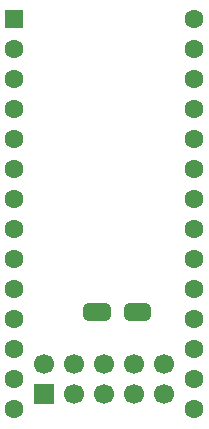
<source format=gbr>
%TF.GenerationSoftware,KiCad,Pcbnew,9.0.1*%
%TF.CreationDate,2025-06-21T09:46:43+01:00*%
%TF.ProjectId,SerialULA,53657269-616c-4554-9c41-2e6b69636164,02*%
%TF.SameCoordinates,Original*%
%TF.FileFunction,Soldermask,Bot*%
%TF.FilePolarity,Negative*%
%FSLAX46Y46*%
G04 Gerber Fmt 4.6, Leading zero omitted, Abs format (unit mm)*
G04 Created by KiCad (PCBNEW 9.0.1) date 2025-06-21 09:46:43*
%MOMM*%
%LPD*%
G01*
G04 APERTURE LIST*
G04 Aperture macros list*
%AMRoundRect*
0 Rectangle with rounded corners*
0 $1 Rounding radius*
0 $2 $3 $4 $5 $6 $7 $8 $9 X,Y pos of 4 corners*
0 Add a 4 corners polygon primitive as box body*
4,1,4,$2,$3,$4,$5,$6,$7,$8,$9,$2,$3,0*
0 Add four circle primitives for the rounded corners*
1,1,$1+$1,$2,$3*
1,1,$1+$1,$4,$5*
1,1,$1+$1,$6,$7*
1,1,$1+$1,$8,$9*
0 Add four rect primitives between the rounded corners*
20,1,$1+$1,$2,$3,$4,$5,0*
20,1,$1+$1,$4,$5,$6,$7,0*
20,1,$1+$1,$6,$7,$8,$9,0*
20,1,$1+$1,$8,$9,$2,$3,0*%
%AMFreePoly0*
4,1,23,0.500000,-0.750000,0.000000,-0.750000,0.000000,-0.745722,-0.065263,-0.745722,-0.191342,-0.711940,-0.304381,-0.646677,-0.396677,-0.554381,-0.461940,-0.441342,-0.495722,-0.315263,-0.495722,-0.250000,-0.500000,-0.250000,-0.500000,0.250000,-0.495722,0.250000,-0.495722,0.315263,-0.461940,0.441342,-0.396677,0.554381,-0.304381,0.646677,-0.191342,0.711940,-0.065263,0.745722,0.000000,0.745722,
0.000000,0.750000,0.500000,0.750000,0.500000,-0.750000,0.500000,-0.750000,$1*%
%AMFreePoly1*
4,1,23,0.000000,0.745722,0.065263,0.745722,0.191342,0.711940,0.304381,0.646677,0.396677,0.554381,0.461940,0.441342,0.495722,0.315263,0.495722,0.250000,0.500000,0.250000,0.500000,-0.250000,0.495722,-0.250000,0.495722,-0.315263,0.461940,-0.441342,0.396677,-0.554381,0.304381,-0.646677,0.191342,-0.711940,0.065263,-0.745722,0.000000,-0.745722,0.000000,-0.750000,-0.500000,-0.750000,
-0.500000,0.750000,0.000000,0.750000,0.000000,0.745722,0.000000,0.745722,$1*%
G04 Aperture macros list end*
%ADD10R,1.700000X1.700000*%
%ADD11C,1.700000*%
%ADD12RoundRect,0.250000X-0.550000X-0.550000X0.550000X-0.550000X0.550000X0.550000X-0.550000X0.550000X0*%
%ADD13C,1.600000*%
%ADD14FreePoly0,180.000000*%
%ADD15FreePoly1,180.000000*%
%ADD16FreePoly0,0.000000*%
%ADD17FreePoly1,0.000000*%
G04 APERTURE END LIST*
%TO.C,JP1*%
G36*
X85118000Y-63888000D02*
G01*
X84818000Y-63888000D01*
X84818000Y-65388000D01*
X85118000Y-65388000D01*
X85118000Y-63888000D01*
G37*
%TO.C,JP2*%
G36*
X88247000Y-65388000D02*
G01*
X88547000Y-65388000D01*
X88547000Y-63888000D01*
X88247000Y-63888000D01*
X88247000Y-65388000D01*
G37*
%TD*%
D10*
%TO.C,J1*%
X80523000Y-71623000D03*
D11*
X80523000Y-69083000D03*
X83063000Y-71623000D03*
X83063000Y-69083000D03*
X85603000Y-71623000D03*
X85603000Y-69083000D03*
X88143000Y-71623000D03*
X88143000Y-69083000D03*
X90683000Y-71623000D03*
X90683000Y-69083000D03*
%TD*%
D12*
%TO.C,U4*%
X77983000Y-39873000D03*
D13*
X77983000Y-42413000D03*
X77983000Y-44953000D03*
X77983000Y-47493000D03*
X77983000Y-50033000D03*
X77983000Y-52573000D03*
X77983000Y-55113000D03*
X77983000Y-57653000D03*
X77983000Y-60193000D03*
X77983000Y-62733000D03*
X77983000Y-65273000D03*
X77983000Y-67813000D03*
X77983000Y-70353000D03*
X77983000Y-72893000D03*
X93223000Y-72893000D03*
X93223000Y-70353000D03*
X93223000Y-67813000D03*
X93223000Y-65273000D03*
X93223000Y-62733000D03*
X93223000Y-60193000D03*
X93223000Y-57653000D03*
X93223000Y-55113000D03*
X93223000Y-52573000D03*
X93223000Y-50033000D03*
X93223000Y-47493000D03*
X93223000Y-44953000D03*
X93223000Y-42413000D03*
X93223000Y-39873000D03*
%TD*%
D14*
%TO.C,JP1*%
X85618000Y-64638000D03*
D15*
X84318000Y-64638000D03*
%TD*%
D16*
%TO.C,JP2*%
X87747000Y-64638000D03*
D17*
X89047000Y-64638000D03*
%TD*%
M02*

</source>
